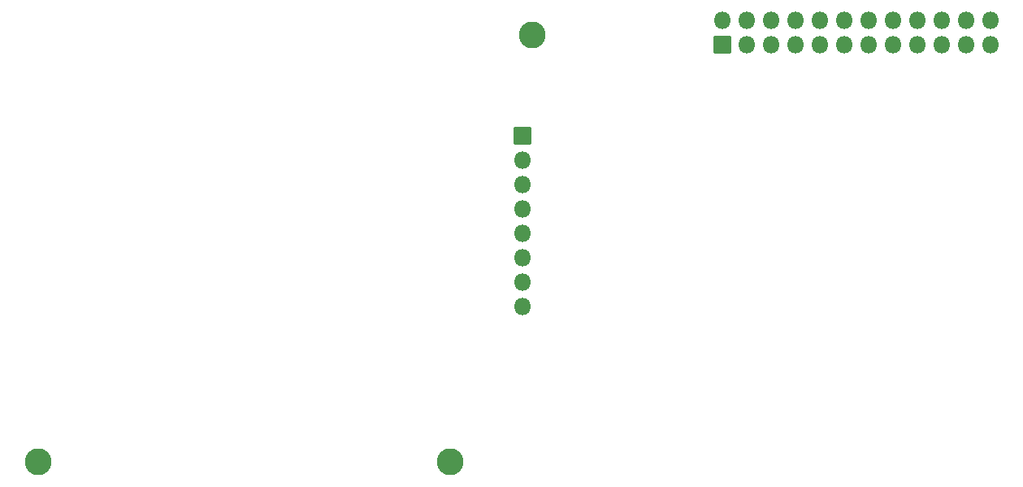
<source format=gts>
G04 #@! TF.GenerationSoftware,KiCad,Pcbnew,7.0.9-7.0.9~ubuntu20.04.1*
G04 #@! TF.CreationDate,2024-01-21T19:49:38-07:00*
G04 #@! TF.ProjectId,lcdandbuttonboard3b,6c636461-6e64-4627-9574-746f6e626f61,rev?*
G04 #@! TF.SameCoordinates,Original*
G04 #@! TF.FileFunction,Soldermask,Top*
G04 #@! TF.FilePolarity,Negative*
%FSLAX46Y46*%
G04 Gerber Fmt 4.6, Leading zero omitted, Abs format (unit mm)*
G04 Created by KiCad (PCBNEW 7.0.9-7.0.9~ubuntu20.04.1) date 2024-01-21 19:49:38*
%MOMM*%
%LPD*%
G01*
G04 APERTURE LIST*
G04 Aperture macros list*
%AMRoundRect*
0 Rectangle with rounded corners*
0 $1 Rounding radius*
0 $2 $3 $4 $5 $6 $7 $8 $9 X,Y pos of 4 corners*
0 Add a 4 corners polygon primitive as box body*
4,1,4,$2,$3,$4,$5,$6,$7,$8,$9,$2,$3,0*
0 Add four circle primitives for the rounded corners*
1,1,$1+$1,$2,$3*
1,1,$1+$1,$4,$5*
1,1,$1+$1,$6,$7*
1,1,$1+$1,$8,$9*
0 Add four rect primitives between the rounded corners*
20,1,$1+$1,$2,$3,$4,$5,0*
20,1,$1+$1,$4,$5,$6,$7,0*
20,1,$1+$1,$6,$7,$8,$9,0*
20,1,$1+$1,$8,$9,$2,$3,0*%
G04 Aperture macros list end*
%ADD10RoundRect,0.050000X-0.850000X-0.850000X0.850000X-0.850000X0.850000X0.850000X-0.850000X0.850000X0*%
%ADD11O,1.800000X1.800000*%
%ADD12C,2.800000*%
%ADD13RoundRect,0.050000X-0.850000X0.850000X-0.850000X-0.850000X0.850000X-0.850000X0.850000X0.850000X0*%
G04 APERTURE END LIST*
D10*
X141500000Y-64000000D03*
D11*
X141500000Y-66540000D03*
X141500000Y-69080000D03*
X141500000Y-71620000D03*
X141500000Y-74160000D03*
X141500000Y-76700000D03*
X141500000Y-79240000D03*
X141500000Y-81780000D03*
D12*
X142500000Y-53500000D03*
X134000000Y-98000000D03*
X91000000Y-98000000D03*
D13*
X162300000Y-54540000D03*
D11*
X162300000Y-52000000D03*
X164840000Y-54540000D03*
X164840000Y-52000000D03*
X167380000Y-54540000D03*
X167380000Y-52000000D03*
X169920000Y-54540000D03*
X169920000Y-52000000D03*
X172460000Y-54540000D03*
X172460000Y-52000000D03*
X175000000Y-54540000D03*
X175000000Y-52000000D03*
X177540000Y-54540000D03*
X177540000Y-52000000D03*
X180080000Y-54540000D03*
X180080000Y-52000000D03*
X182620000Y-54540000D03*
X182620000Y-52000000D03*
X185160000Y-54540000D03*
X185160000Y-52000000D03*
X187700000Y-54540000D03*
X187700000Y-52000000D03*
X190240000Y-54540000D03*
X190240000Y-52000000D03*
M02*

</source>
